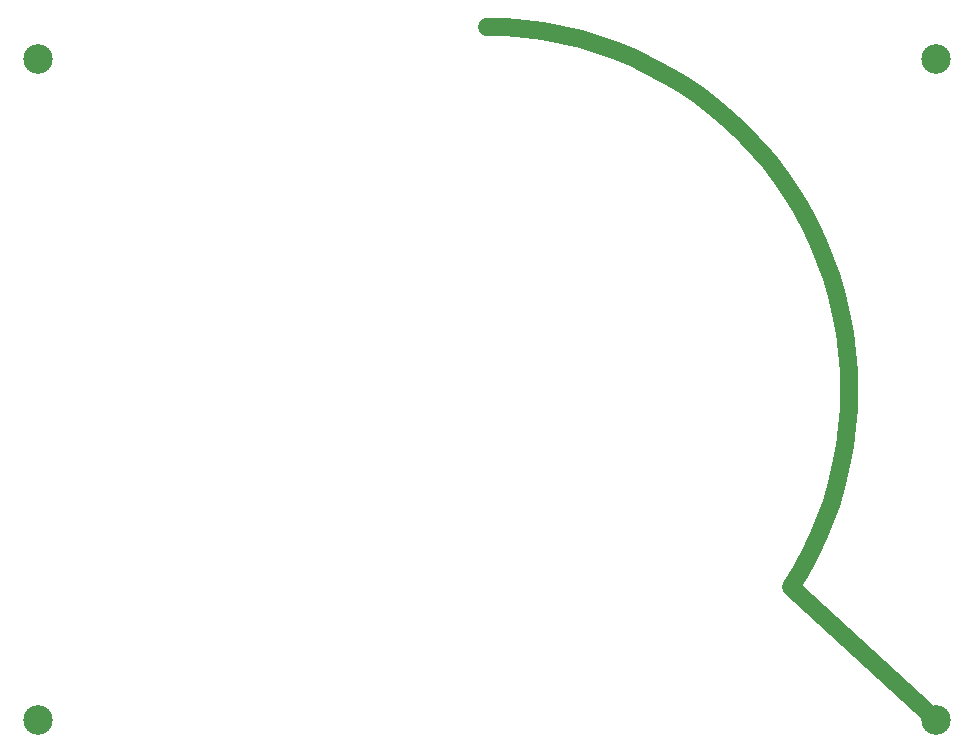
<source format=gbr>
%TF.GenerationSoftware,KiCad,Pcbnew,7.0.7*%
%TF.CreationDate,2023-09-24T18:58:44+02:00*%
%TF.ProjectId,Sek_Coil V2,53656b5f-436f-4696-9c20-56322e6b6963,rev?*%
%TF.SameCoordinates,Original*%
%TF.FileFunction,Copper,L2,Bot*%
%TF.FilePolarity,Positive*%
%FSLAX46Y46*%
G04 Gerber Fmt 4.6, Leading zero omitted, Abs format (unit mm)*
G04 Created by KiCad (PCBNEW 7.0.7) date 2023-09-24 18:58:44*
%MOMM*%
%LPD*%
G01*
G04 APERTURE LIST*
%TA.AperFunction,ComponentPad*%
%ADD10C,2.500000*%
%TD*%
%TA.AperFunction,ViaPad*%
%ADD11C,1.500000*%
%TD*%
%TA.AperFunction,Conductor*%
%ADD12C,1.500000*%
%TD*%
%TA.AperFunction,Conductor*%
%ADD13C,0.250000*%
%TD*%
G04 APERTURE END LIST*
D10*
%TO.P, ,1*%
%TO.N,N/C*%
X38000000Y28000000D03*
%TD*%
%TO.P, ,1*%
%TO.N,Net-(L\u002A\u002A1-Pad1)*%
X-38000000Y28000000D03*
%TD*%
%TO.P, ,2*%
%TO.N,Net-(L\u002A\u002A1-Pad1)*%
X-38000000Y-28000000D03*
%TO.P, ,1*%
X38000000Y-28000000D03*
%TD*%
D11*
%TO.N,Net-(L\u002A\u002A1-Pad1)*%
X0Y30700000D03*
%TD*%
D12*
%TO.N,Net-(L\u002A\u002A1-Pad1)*%
X0Y30700000D02*
X1606714Y30657927D01*
X1606714Y30657927D02*
X3209024Y30531822D01*
X3209024Y30531822D02*
X4802538Y30322032D01*
X4802538Y30322032D02*
X6382889Y30029131D01*
X6382889Y30029131D02*
X7945745Y29653923D01*
X7945745Y29653923D02*
X9486822Y29197435D01*
X9486822Y29197435D02*
X11001896Y28660919D01*
X11001896Y28660919D02*
X12486815Y28045846D01*
X12486815Y28045846D02*
X13937508Y27353900D01*
X13937508Y27353900D02*
X15350000Y26586980D01*
X15350000Y26586980D02*
X16720418Y25747186D01*
X16720418Y25747186D02*
X18045007Y24836822D01*
X18045007Y24836822D02*
X19320136Y23858381D01*
X19320136Y23858381D02*
X20542310Y22814546D01*
X20542310Y22814546D02*
X21708178Y21708178D01*
X21708178Y21708178D02*
X22814546Y20542310D01*
X22814546Y20542310D02*
X23858381Y19320136D01*
X23858381Y19320136D02*
X24836822Y18045007D01*
X24836822Y18045007D02*
X25747186Y16720418D01*
X25747186Y16720418D02*
X26586980Y15350000D01*
X26586980Y15350000D02*
X27353900Y13937508D01*
X27353900Y13937508D02*
X28045846Y12486815D01*
X28045846Y12486815D02*
X28660919Y11001896D01*
X28660919Y11001896D02*
X29197435Y9486822D01*
X29197435Y9486822D02*
X29653923Y7945745D01*
X29653923Y7945745D02*
X30029131Y6382889D01*
X30029131Y6382889D02*
X30322032Y4802538D01*
X30322032Y4802538D02*
X30531822Y3209024D01*
X30531822Y3209024D02*
X30657927Y1606714D01*
X30657927Y1606714D02*
X30700000Y0D01*
X30700000Y0D02*
X30657927Y-1606714D01*
X30657927Y-1606714D02*
X30531822Y-3209024D01*
X30531822Y-3209024D02*
X30322032Y-4802538D01*
X30322032Y-4802538D02*
X30029131Y-6382889D01*
X30029131Y-6382889D02*
X29653923Y-7945745D01*
X29653923Y-7945745D02*
X29197435Y-9486822D01*
X29197435Y-9486822D02*
X28660919Y-11001896D01*
X28660919Y-11001896D02*
X28045846Y-12486815D01*
X28045846Y-12486815D02*
X27353900Y-13937508D01*
X27353900Y-13937508D02*
X26586980Y-15350000D01*
X26586980Y-15350000D02*
X25747186Y-16720418D01*
D13*
X25747186Y-16720418D02*
X25840418Y-16720418D01*
X25747186Y-16720418D02*
X25790418Y-16720418D01*
D12*
X25790418Y-16720418D02*
X38000000Y-28000000D01*
%TD*%
M02*

</source>
